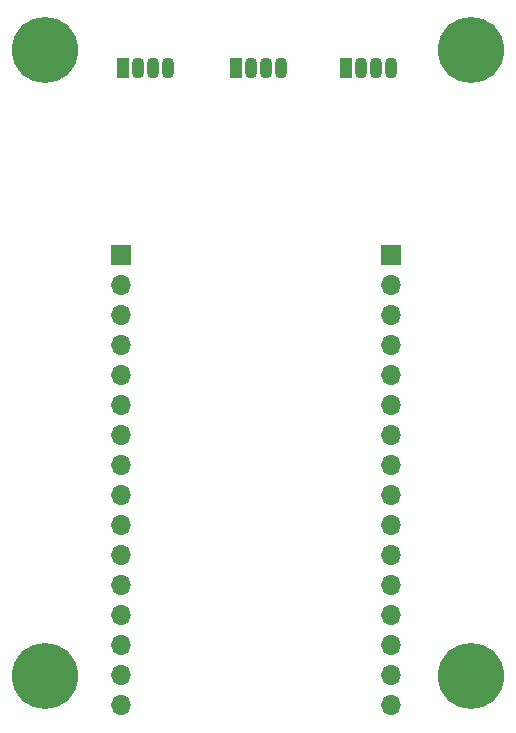
<source format=gbr>
%TF.GenerationSoftware,KiCad,Pcbnew,(6.0.5)*%
%TF.CreationDate,2022-06-18T19:52:53-07:00*%
%TF.ProjectId,garbage-day-indicator,67617262-6167-4652-9d64-61792d696e64,0*%
%TF.SameCoordinates,Original*%
%TF.FileFunction,Soldermask,Bot*%
%TF.FilePolarity,Negative*%
%FSLAX46Y46*%
G04 Gerber Fmt 4.6, Leading zero omitted, Abs format (unit mm)*
G04 Created by KiCad (PCBNEW (6.0.5)) date 2022-06-18 19:52:53*
%MOMM*%
%LPD*%
G01*
G04 APERTURE LIST*
%ADD10O,1.700000X1.700000*%
%ADD11R,1.700000X1.700000*%
%ADD12C,5.600000*%
%ADD13O,1.070000X1.800000*%
%ADD14R,1.070000X1.800000*%
G04 APERTURE END LIST*
D10*
%TO.C,J1*%
X125420000Y-127460000D03*
X125420000Y-124920000D03*
X125420000Y-122380000D03*
X125420000Y-119840000D03*
X125420000Y-117300000D03*
X125420000Y-114760000D03*
X125420000Y-112220000D03*
X125420000Y-109680000D03*
X125420000Y-107140000D03*
X125420000Y-104600000D03*
X125420000Y-102060000D03*
X125420000Y-99520000D03*
X125420000Y-96980000D03*
X125420000Y-94440000D03*
X125420000Y-91900000D03*
D11*
X125420000Y-89360000D03*
%TD*%
D12*
%TO.C,H2*%
X155000000Y-72000000D03*
%TD*%
D13*
%TO.C,D2*%
X138910000Y-73500000D03*
X137640000Y-73500000D03*
X136370000Y-73500000D03*
D14*
X135100000Y-73500000D03*
%TD*%
D12*
%TO.C,H4*%
X155000000Y-125000000D03*
%TD*%
D10*
%TO.C,J2*%
X148280000Y-127460000D03*
X148280000Y-124920000D03*
X148280000Y-122380000D03*
X148280000Y-119840000D03*
X148280000Y-117300000D03*
X148280000Y-114760000D03*
X148280000Y-112220000D03*
X148280000Y-109680000D03*
X148280000Y-107140000D03*
X148280000Y-104600000D03*
X148280000Y-102060000D03*
X148280000Y-99520000D03*
X148280000Y-96980000D03*
X148280000Y-94440000D03*
X148280000Y-91900000D03*
D11*
X148280000Y-89360000D03*
%TD*%
D13*
%TO.C,D3*%
X148270000Y-73500000D03*
X147000000Y-73500000D03*
X145730000Y-73500000D03*
D14*
X144460000Y-73500000D03*
%TD*%
D13*
%TO.C,D1*%
X129410000Y-73500000D03*
X128140000Y-73500000D03*
X126870000Y-73500000D03*
D14*
X125600000Y-73500000D03*
%TD*%
D12*
%TO.C,H1*%
X119000000Y-72000000D03*
%TD*%
%TO.C,H3*%
X119000000Y-125000000D03*
%TD*%
M02*

</source>
